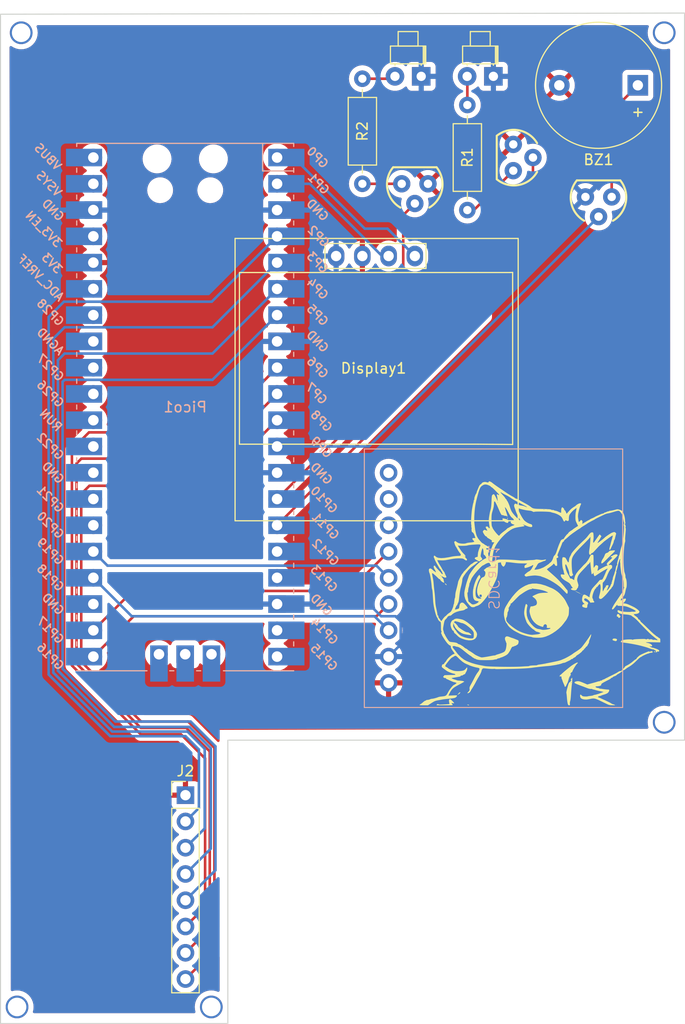
<source format=kicad_pcb>
(kicad_pcb (version 20221018) (generator pcbnew)
  (layers (0 "F.Cu" signal) (31 "B.Cu" signal) (34 "B.Paste" user) (35 "F.Paste" user) (36 "B.SilkS" user "B.Silkscreen") (37 "F.SilkS" user "F.Silkscreen") (38 "B.Mask" user) (39 "F.Mask" user) (44 "Edge.Cuts" user))
  (net 0 "")
  (net 1 "GND")
  (net 2 "+3V3")
  (net 3 "Net-(Display1-SCL)")
  (net 4 "Net-(Display1-SDA)")
  (net 5 "Net-(J2-Pin_2)")
  (net 6 "Net-(J2-Pin_3)")
  (net 7 "Net-(J2-Pin_4)")
  (net 8 "Net-(J2-Pin_5)")
  (net 9 "Net-(J2-Pin_6)")
  (net 10 "Net-(J2-Pin_7)")
  (net 11 "Net-(J2-Pin_8)")
  (net 12 "Net-(BZ1-+)")
  (net 13 "Net-(D1-A)")
  (net 14 "Net-(D2-A)")
  (net 15 "Net-(Pico1-GPIO9)")
  (net 16 "Net-(Pico1-GPIO10)")
  (net 17 "Net-(Pico1-GPIO11)")
  (net 22 "Net-(Pico1-GPIO16)")
  (net 23 "Net-(Pico1-GPIO17)")
  (net 25 "Net-(Pico1-GPIO18)")
  (net 26 "Net-(Pico1-GPIO19)")
  (net 46 "Net-(Q2-C)")
  (net 47 "Net-(Q3-C)")
  (footprint "Resistor_THT:R_Axial_DIN0207_L6.3mm_D2.5mm_P10.16mm_Horizontal" (layer "F.Cu") (at 134.62 50.8 90)
    (fp_text reference "R2" (at 5.08 0 90) (layer "F.SilkS"))
    (fp_text value "R")
    (pad "1" thru_hole circle (at 0 0 90) (size 1.6 1.6) (drill 0.8) (layers "*.Cu" "*.Mask") (net 46 "Net-(Q2-C)"))
    (pad "2" thru_hole oval (at 10.16 0 90) (size 1.6 1.6) (drill 0.8) (layers "*.Cu" "*.Mask") (net 13 "Net-(D1-A)"))
  )
  (footprint "LED_THT:LED_D1.8mm_W1.8mm_H2.4mm_Horizontal_O1.27mm_Z1.6mm" (layer "F.Cu") (at 140.315 40.41 180)
    (fp_text reference "D1" hide)
    (fp_text value "LED")
    (pad "1" thru_hole rect (at 0 0 180) (size 1.8 1.8) (drill 0.9) (layers "*.Cu" "*.Mask") (net 1 "GND"))
    (pad "2" thru_hole circle (at 2.54 0 180) (size 1.8 1.8) (drill 0.9) (layers "*.Cu" "*.Mask") (net 13 "Net-(D1-A)"))
  )
  (footprint "Connector_PinHeader_2.54mm:PinHeader_1x08_P2.54mm_Vertical" (layer "F.Cu") (at 117.5 109.92)
    (fp_text reference "J2" (at 0 -2.33) (layer "F.SilkS"))
    (fp_text value "Conn_01x08_Pin")
    (pad "1" thru_hole rect (at 0 0) (size 1.7 1.7) (drill 1) (layers "*.Cu" "*.Mask") (net 2 "+3V3"))
    (pad "2" thru_hole oval (at 0 2.54) (size 1.7 1.7) (drill 1) (layers "*.Cu" "*.Mask") (net 5 "Net-(J2-Pin_2)"))
    (pad "3" thru_hole oval (at 0 5.08) (size 1.7 1.7) (drill 1) (layers "*.Cu" "*.Mask") (net 6 "Net-(J2-Pin_3)"))
    (pad "4" thru_hole oval (at 0 7.62) (size 1.7 1.7) (drill 1) (layers "*.Cu" "*.Mask") (net 7 "Net-(J2-Pin_4)"))
    (pad "5" thru_hole oval (at 0 10.16) (size 1.7 1.7) (drill 1) (layers "*.Cu" "*.Mask") (net 8 "Net-(J2-Pin_5)"))
    (pad "6" thru_hole oval (at 0 12.7) (size 1.7 1.7) (drill 1) (layers "*.Cu" "*.Mask") (net 9 "Net-(J2-Pin_6)"))
    (pad "7" thru_hole oval (at 0 15.24) (size 1.7 1.7) (drill 1) (layers "*.Cu" "*.Mask") (net 10 "Net-(J2-Pin_7)"))
    (pad "8" thru_hole oval (at 0 17.78) (size 1.7 1.7) (drill 1) (layers "*.Cu" "*.Mask") (net 11 "Net-(J2-Pin_8)"))
  )
  (footprint "LED_THT:LED_D1.8mm_W1.8mm_H2.4mm_Horizontal_O1.27mm_Z1.6mm" (layer "F.Cu") (at 147.3 40.41 180)
    (fp_text reference "D2" hide)
    (fp_text value "LED")
    (pad "1" thru_hole rect (at 0 0 180) (size 1.8 1.8) (drill 0.9) (layers "*.Cu" "*.Mask") (net 1 "GND"))
    (pad "2" thru_hole circle (at 2.54 0 180) (size 1.8 1.8) (drill 0.9) (layers "*.Cu" "*.Mask") (net 14 "Net-(D2-A)"))
  )
  (footprint "Buzzer_Beeper:Buzzer_12x9.5RM7.6" (layer "F.Cu") (at 161.28 41.275 180)
    (fp_text reference "BZ1" (at 3.8 -7.2) (layer "F.SilkS"))
    (fp_text value "Buzzer")
    (fp_text user "+" (at -0.01 -2.54) (layer "F.SilkS"))
    (pad "1" thru_hole rect (at 0 0 180) (size 2 2) (drill 1) (layers "*.Cu" "*.Mask") (net 12 "Net-(BZ1-+)"))
    (pad "2" thru_hole circle (at 7.6 0 180) (size 2 2) (drill 1) (layers "*.Cu" "*.Mask") (net 2 "+3V3"))
  )
  (footprint "Resistor_THT:R_Axial_DIN0207_L6.3mm_D2.5mm_P10.16mm_Horizontal" (layer "F.Cu") (at 144.78 53.34 90)
    (fp_text reference "R1" (at 5.08 0 90) (layer "F.SilkS"))
    (fp_text value "R")
    (pad "1" thru_hole circle (at 0 0 90) (size 1.6 1.6) (drill 0.8) (layers "*.Cu" "*.Mask") (net 47 "Net-(Q3-C)"))
    (pad "2" thru_hole oval (at 10.16 0 90) (size 1.6 1.6) (drill 0.8) (layers "*.Cu" "*.Mask") (net 14 "Net-(D2-A)"))
  )
  (footprint "Library:TO92" (layer "F.Cu") (at 149.225 48.26 -90)
    (fp_text reference "Q3" hide)
    (fp_text value "NPN")
    (pad "1" thru_hole circle (at 1.27 0 270) (size 1.6764 1.6764) (drill 0.8128) (layers "*.Cu" "*.Mask") (net 47 "Net-(Q3-C)"))
    (pad "2" thru_hole circle (at 0 -1.905 270) (size 1.6764 1.6764) (drill 0.8128) (layers "*.Cu" "*.Mask") (net 17 "Net-(Pico1-GPIO11)"))
    (pad "3" thru_hole circle (at -1.27 0 270) (size 1.6764 1.6764) (drill 0.8128) (layers "*.Cu" "*.Mask") (net 2 "+3V3"))
  )
  (footprint "Library:TO92" (layer "F.Cu") (at 139.7 50.8 180)
    (fp_text reference "Q2" hide)
    (fp_text value "NPN")
    (pad "1" thru_hole circle (at 1.27 0 180) (size 1.6764 1.6764) (drill 0.8128) (layers "*.Cu" "*.Mask") (net 46 "Net-(Q2-C)"))
    (pad "2" thru_hole circle (at 0 -1.905 180) (size 1.6764 1.6764) (drill 0.8128) (layers "*.Cu" "*.Mask") (net 16 "Net-(Pico1-GPIO10)"))
    (pad "3" thru_hole circle (at -1.27 0 180) (size 1.6764 1.6764) (drill 0.8128) (layers "*.Cu" "*.Mask") (net 2 "+3V3"))
  )
  (footprint "Library:TO92" (layer "F.Cu") (at 157.48 52.07 180)
    (fp_text reference "Q1" hide)
    (fp_text value "NPN")
    (pad "1" thru_hole circle (at 1.27 0 180) (size 1.6764 1.6764) (drill 0.8128) (layers "*.Cu" "*.Mask") (net 1 "GND"))
    (pad "2" thru_hole circle (at 0 -1.905 180) (size 1.6764 1.6764) (drill 0.8128) (layers "*.Cu" "*.Mask") (net 15 "Net-(Pico1-GPIO9)"))
    (pad "3" thru_hole circle (at -1.27 0 180) (size 1.6764 1.6764) (drill 0.8128) (layers "*.Cu" "*.Mask") (net 12 "Net-(BZ1-+)"))
  )
  (footprint "SSD1306:128x64OLED" (layer "F.Cu") (at 135.7 68.385)
    (fp_text reference "Display1" (at 0 0.254) (layer "F.SilkS"))
    (fp_text value "SSD1306")
    (pad "1" thru_hole oval (at -3.62 -10.6 90) (size 2 1.6) (drill 1) (layers "*.Cu" "*.Mask") (net 1 "GND"))
    (pad "2" thru_hole oval (at -1.08 -10.6 90) (size 2 1.6) (drill 1) (layers "*.Cu" "*.Mask") (net 2 "+3V3"))
    (pad "3" thru_hole oval (at 1.46 -10.6 90) (size 2 1.6) (drill 1) (layers "*.Cu" "*.Mask") (net 3 "Net-(Display1-SCL)"))
    (pad "4" thru_hole oval (at 4 -10.6 90) (size 2 1.6) (drill 1) (layers "*.Cu" "*.Mask") (net 4 "Net-(Display1-SDA)"))
  )
  (footprint "LOGO" (layer "F.Cu") (at 151.426471 89.8764)
    (fp_text reference "G***" hide)
    (fp_text value "LOGO" hide)
  )
  (footprint "MCU_RaspberryPi_and_Boards:RPi_Pico_SMD_TH" (layer "B.Cu") (at 117.475 72.39 180)
    (fp_text reference "Pico1" (at 0 0) (layer "B.SilkS") (effects (justify mirror)))
    (fp_text value "Pico")
    (fp_text user "GP0" (at -12.8 24.13 135) (layer "B.SilkS") (effects (font (size 0.8 0.8)) (justify mirror)))
    (fp_text user "GP5" (at -12.8 8.89 135) (layer "B.SilkS") (effects (font (size 0.8 0.8)) (justify mirror)))
    (fp_text user "GP7" (at -12.7 1.3 135) (layer "B.SilkS") (effects (font (size 0.8 0.8)) (justify mirror)))
    (fp_text user "GP28" (at 13.054 9.144 135) (layer "B.SilkS") (effects (font (size 0.8 0.8)) (justify mirror)))
    (fp_text user "GND" (at -12.8 6.35 135) (layer "B.SilkS") (effects (font (size 0.8 0.8)) (justify mirror)))
    (fp_text user "GP16" (at 13.054 -24.13 135) (layer "B.SilkS") (effects (font (size 0.8 0.8)) (justify mirror)))
    (fp_text user "AGND" (at 13.054 6.35 135) (layer "B.SilkS") (effects (font (size 0.8 0.8)) (justify mirror)))
    (fp_text user "GP26" (at 13.054 1.27 135) (layer "B.SilkS") (effects (font (size 0.8 0.8)) (justify mirror)))
    (fp_text user "GP18" (at 13.054 -16.51 135) (layer "B.SilkS") (effects (font (size 0.8 0.8)) (justify mirror)))
    (fp_text user "GP12" (at -13.58 -14.055 135) (layer "B.SilkS") (effects (font (size 0.8 0.8)) (justify mirror)))
    (fp_text user "GP3" (at -12.8 13.97 135) (layer "B.SilkS") (effects (font (size 0.8 0.8)) (justify mirror)))
    (fp_text user "GP4" (at -12.8 11.43 135) (layer "B.SilkS") (effects (font (size 0.8 0.8)) (justify mirror)))
    (fp_text user "GP11" (at -13.58 -11.515 135) (layer "B.SilkS") (effects (font (size 0.8 0.8)) (justify mirror)))
    (fp_text user "3V3_EN" (at 13.7 17.2 135) (layer "B.SilkS") (effects (font (size 0.8 0.8)) (justify mirror)))
    (fp_text user "GP19" (at 13.054 -13.97 135) (layer "B.SilkS") (effects (font (size 0.8 0.8)) (justify mirror)))
    (fp_text user "ADC_VREF" (at 14 12.5 135) (layer "B.SilkS") (effects (font (size 0.8 0.8)) (justify mirror)))
    (fp_text user "VBUS" (at 13.3 24.2 135) (layer "B.SilkS") (effects (font (size 0.8 0.8)) (justify mirror)))
    (fp_text user "GND" (at -13.18 -6.435 135) (layer "B.SilkS") (effects (font (size 0.8 0.8)) (justify mirror)))
    (fp_text user "GP9" (at -13.18 -3.895 135) (layer "B.SilkS") (effects (font (size 0.8 0.8)) (justify mirror)))
    (fp_text user "VSYS" (at 13.2 21.59 135) (layer "B.SilkS") (effects (font (size 0.8 0.8)) (justify mirror)))
    (fp_text user "GP8" (at -13.18 -1.355 135) (layer "B.SilkS") (effects (font (size 0.8 0.8)) (justify mirror)))
    (fp_text user "GP27" (at 13.054 3.8 135) (layer "B.SilkS") (effects (font (size 0.8 0.8)) (justify mirror)))
    (fp_text user "GND" (at -12.8 19.05 135) (layer "B.SilkS") (effects (font (size 0.8 0.8)) (justify mirror)))
    (fp_text user "GP15" (at -13.434 -24.215 135) (layer "B.SilkS") (effects (font (size 0.8 0.8)) (justify mirror)))
    (fp_text user "GP17" (at 13.054 -21.59 135) (layer "B.SilkS") (effects (font (size 0.8 0.8)) (justify mirror)))
    (fp_text user "GND" (at 12.8 -19.05 135) (layer "B.SilkS") (effects (font (size 0.8 0.8)) (justify mirror)))
    (fp_text user "GND" (at -13.18 -19.135 135) (layer "B.SilkS") (effects (font (size 0.8 0.8)) (justify mirror)))
    (fp_text user "3V3" (at 12.9 13.9 135) (layer "B.SilkS") (effects (font (size 0.8 0.8)) (justify mirror)))
    (fp_text user "GP1" (at -12.9 21.6 135) (layer "B.SilkS") (effects (font (size 0.8 0.8)) (justify mirror)))
    (fp_text user "GP10" (at -13.434 -8.975 135) (layer "B.SilkS") (effects (font (size 0.8 0.8)) (justify mirror)))
    (fp_text user "GP20" (at 13.054 -11.43 135) (layer "B.SilkS") (effects (font (size 0.8 0.8)) (justify mirror)))
    (fp_text user "RUN" (at 13 -1.27 135) (layer "B.SilkS") (effects (font (size 0.8 0.8)) (justify mirror)))
    (fp_text user "GND" (at 12.8 -6.35 135) (layer "B.SilkS") (effects (font (size 0.8 0.8)) (justify mirror)))
    (fp_text user "GP14" (at -13.48 -21.675 135) (layer "B.SilkS") (effects (font (size 0.8 0.8)) (justify mirror)))
    (fp_text user "GP21" (at 13.054 -8.9 135) (layer "B.SilkS") (effects (font (size 0.8 0.8)) (justify mirror)))
    (fp_text user "GP13" (at -13.434 -16.595 135) (layer "B.SilkS") (effects (font (size 0.8 0.8)) (justify mirror)))
    (fp_text user "GP2" (at -12.9 16.51 135) (layer "B.SilkS") (effects (font (size 0.8 0.8)) (justify mirror)))
    (fp_text user "GP22" (at 13.054 -3.81 135) (layer "B.SilkS") (effects (font (size 0.8 0.8)) (justify mirror)))
    (fp_text user "GP6" (at -12.8 3.81 135) (layer "B.SilkS") (effects (font (size 0.8 0.8)) (justify mirror)))
    (fp_text user "GND" (at 12.8 19.05 135) (layer "B.SilkS") (effects (font (size 0.8 0.8)) (justify mirror)))
    (pad "" np_thru_hole oval (at -2.725 24 180) (size 1.8 1.8) (drill 1.8) (layers "F&B.Cu" "*.Mask"))
    (pad "" np_thru_hole oval (at -2.425 20.97 180) (size 1.5 1.5) (drill 1.5) (layers "F&B.Cu" "*.Mask"))
    (pad "" np_thru_hole oval (at 2.425 20.97 180) (size 1.5 1.5) (drill 1.5) (layers "F&B.Cu" "*.Mask"))
    (pad "" np_thru_hole oval (at 2.725 24 180) (size 1.8 1.8) (drill 1.8) (layers "F&B.Cu" "*.Mask"))
    (pad "1" thru_hole oval (at -8.89 24.13 180) (size 1.7 1.7) (drill 1.02) (layers "*.Cu" "*.Mask") (net 4 "Net-(Display1-SDA)"))
    (pad "1" smd rect (at -8.89 24.13 180) (size 3.5 1.7) (drill (offset -0.9 0)) (layers "B.Cu" "B.Mask") (net 4 "Net-(Display1-SDA)"))
    (pad "2" thru_hole oval (at -8.89 21.59 180) (size 1.7 1.7) (drill 1.02) (layers "*.Cu" "*.Mask") (net 3 "Net-(Display1-SCL)"))
    (pad "2" smd rect (at -8.89 21.59 180) (size 3.5 1.7) (drill (offset -0.9 0)) (layers "B.Cu" "B.Mask") (net 3 "Net-(Display1-SCL)"))
    (pad "3" thru_hole rect (at -8.89 19.05 180) (size 1.7 1.7) (drill 1.02) (layers "*.Cu" "*.Mask") (net 1 "GND"))
    (pad "3" smd rect (at -8.89 19.05 180) (size 3.5 1.7) (drill (offset -0.9 0)) (layers "B.Cu" "B.Mask") (net 1 "GND"))
    (pad "4" thru_hole oval (at -8.89 16.51 180) (size 1.7 1.7) (drill 1.02) (layers "*.Cu" "*.Mask") (net 5 "Net-(J2-Pin_2)"))
    (pad "4" smd rect (at -8.89 16.51 180) (size 3.5 1.7) (drill (offset -0.9 0)) (layers "B.Cu" "B.Mask") (net 5 "Net-(J2-Pin_2)"))
    (pad "5" thru_hole oval (at -8.89 13.97 180) (size 1.7 1.7) (drill 1.02) (layers "*.Cu" "*.Mask") (net 6 "Net-(J2-Pin_3)"))
    (pad "5" smd rect (at -8.89 13.97 180) (size 3.5 1.7) (drill (offset -0.9 0)) (layers "B.Cu" "B.Mask") (net 6 "Net-(J2-Pin_3)"))
    (pad "6" thru_hole oval (at -8.89 11.43 180) (size 1.7 1.7) (drill 1.02) (layers "*.Cu" "*.Mask") (net 7 "Net-(J2-Pin_4)"))
    (pad "6" smd rect (at -8.89 11.43 180) (size 3.5 1.7) (drill (offset -0.9 0)) (layers "B.Cu" "B.Mask") (net 7 "Net-(J2-Pin_4)"))
    (pad "7" thru_hole oval (at -8.89 8.89 180) (size 1.7 1.7) (drill 1.02) (layers "*.Cu" "*.Mask") (net 8 "Net-(J2-Pin_5)"))
    (pad "7" smd rect (at -8.89 8.89 180) (size 3.5 1.7) (drill (offset -0.9 0)) (layers "B.Cu" "B.Mask") (net 8 "Net-(J2-Pin_5)"))
    (pad "8" thru_hole rect (at -8.89 6.35 180) (size 1.7 1.7) (drill 1.02) (layers "*.Cu" "*.Mask") (net 1 "GND"))
    (pad "8" smd rect (at -8.89 6.35 180) (size 3.5 1.7) (drill (offset -0.9 0)) (layers "B.Cu" "B.Mask") (net 1 "GND"))
    (pad "9" thru_hole oval (at -8.89 3.81 180) (size 1.7 1.7) (drill 1.02) (layers "*.Cu" "*.Mask") (net 9 "Net-(J2-Pin_6)"))
    (pad "9" smd rect (at -8.89 3.81 180) (size 3.5 1.7) (drill (offset -0.9 0)) (layers "B.Cu" "B.Mask") (net 9 "Net-(J2-Pin_6)"))
    (pad "10" thru_hole oval (at -8.89 1.27 180) (size 1.7 1.7) (drill 1.02) (layers "*.Cu" "*.Mask") (net 10 "Net-(J2-Pin_7)"))
    (pad "10" smd rect (at -8.89 1.27 180) (size 3.5 1.7) (drill (offset -0.9 0)) (layers "B.Cu" "B.Mask") (net 10 "Net-(J2-Pin_7)"))
    (pad "11" thru_hole oval (at -8.89 -1.27 180) (size 1.7 1.7) (drill 1.02) (layers "*.Cu" "*.Mask") (net 11 "Net-(J2-Pin_8)"))
    (pad "11" smd rect (at -8.89 -1.27 180) (size 3.5 1.7) (drill (offset -0.9 0)) (layers "B.Cu" "B.Mask") (net 11 "Net-(J2-Pin_8)"))
    (pad "12" thru_hole oval (at -8.89 -3.81 180) (size 1.7 1.7) (drill 1.02) (layers "*.Cu" "*.Mask") (net 15 "Net-(Pico1-GPIO9)"))
    (pad "12" smd rect (at -8.89 -3.81 180) (size 3.5 1.7) (drill (offset -0.9 0)) (layers "B.Cu" "B.Mask") (net 15 "Net-(Pico1-GPIO9)"))
    (pad "13" thru_hole rect (at -8.89 -6.35 180) (size 1.7 1.7) (drill 1.02) (layers "*.Cu" "*.Mask") (net 1 "GND"))
    (pad "13" smd rect (at -8.89 -6.35 180) (size 3.5 1.7) (drill (offset -0.9 0)) (layers "B.Cu" "B.Mask") (net 1 "GND"))
    (pad "14" thru_hole oval (at -8.89 -8.89 180) (size 1.7 1.7) (drill 1.02) (layers "*.Cu" "*.Mask") (net 16 "Net-(Pico1-GPIO10)"))
    (pad "14" smd rect (at -8.89 -8.89 180) (size 3.5 1.7) (drill (offset -0.9 0)) (layers "B.Cu" "B.Mask") (net 16 "Net-(Pico1-GPIO10)"))
    (pad "15" thru_hole oval (at -8.89 -11.43 180) (size 1.7 1.7) (drill 1.02) (layers "*.Cu" "*.Mask") (net 17 "Net-(Pico1-GPIO11)"))
    (pad "15" smd rect (at -8.89 -11.43 180) (size 3.5 1.7) (drill (offset -0.9 0)) (layers "B.Cu" "B.Mask") (net 17 "Net-(Pico1-GPIO11)"))
    (pad "16" thru_hole oval (at -8.89 -13.97 180) (size 1.7 1.7) (drill 1.02) (layers "*.Cu" "*.Mask"))
    (pad "16" smd rect (at -8.89 -13.97 180) (size 3.5 1.7) (drill (offset -0.9 0)) (layers "B.Cu" "B.Mask"))
    (pad "17" thru_hole oval (at -8.89 -16.51 180) (size 1.7 1.7) (drill 1.02) (layers "*.Cu" "*.Mask"))
    (pad "17" smd rect (at -8.89 -16.51 180) (size 3.5 1.7) (drill (offset -0.9 0)) (layers "B.Cu" "B.Mask"))
    (pad "18" thru_hole rect (at -8.89 -19.05 180) (size 1.7 1.7) (drill 1.02) (layers "*.Cu" "*.Mask") (net 1 "GND"))
    (pad "18" smd rect (at -8.89 -19.05 180) (size 3.5 1.7) (drill (offset -0.9 0)) (layers "B.Cu" "B.Mask") (net 1 "GND"))
    (pad "19" thru_hole oval (at -8.89 -21.59 180) (size 1.7 1.7) (drill 1.02) (layers "*.Cu" "*.Mask"))
    (pad "19" smd rect (at -8.89 -21.59 180) (size 3.5 1.7) (drill (offset -0.9 0)) (layers "B.Cu" "B.Mask"))
    (pad "20" thru_hole oval (at -8.89 -24.13 180) (size 1.7 1.7) (drill 1.02) (layers "*.Cu" "*.Mask"))
    (pad "20" smd rect (at -8.89 -24.13 180) (size 3.5 1.7) (drill (offset -0.9 0)) (layers "B.Cu" "B.Mask"))
    (pad "21" thru_hole oval (at 8.89 -24.13 180) (size 1.7 1.7) (drill 1.02) (layers "*.Cu" "*.Mask") (net 22 "Net-(Pico1-GPIO16)"))
    (pad "21" smd rect (at 8.89 -24.13 180) (size 3.5 1.7) (drill (offset 0.9 0)) (layers "B.Cu" "B.Mask") (net 22 "Net-(Pico1-GPIO16)"))
    (pad "22" thru_hole oval (at 8.89 -21.59 180) (size 1.7 1.7) (drill 1.02) (layers "*.Cu" "*.Mask") (net 23 "Net-(Pico1-GPIO17)"))
    (pad "22" smd rect (at 8.89 -21.59 180) (size 3.5 1.7) (drill (offset 0.9 0)) (layers "B.Cu" "B.Mask") (net 23 "Net-(Pico1-GPIO17)"))
    (pad "23" thru_hole rect (at 8.89 -19.05 180) (size 1.7 1.7) (drill 1.02) (layers "*.Cu" "*.Mask"))
    (pad "23" smd rect (at 8.89 -19.05 180) (size 3.5 1.7) (drill (offset 0.9 0)) (layers "B.Cu" "B.Mask"))
    (pad "24" thru_hole oval (at 8.89 -16.51 180) (size 1.7 1.7) (drill 1.02) (layers "*.Cu" "*.Mask") (net 25 "Net-(Pico1-GPIO18)"))
    (pad "24" smd rect (at 8.89 -16.51 180) (size 3.5 1.7) (drill (offset 0.9 0)) (layers "B.Cu" "B.Mask") (net 25 "Net-(Pico1-GPIO18)"))
    (pad "25" thru_hole oval (at 8.89 -13.97 180) (size 1.7 1.7) (drill 1.02) (layers "*.Cu" "*.Mask") (net 26 "Net-(Pico1-GPIO19)"))
    (pad "25" smd rect (at 8.89 -13.97 180) (size 3.5 1.7) (drill (offset 0.9 0)) (layers "B.Cu" "B.Mask") (net 26 "Net-(Pico1-GPIO19)"))
    (pad "26" thru_hole oval (at 8.89 -11.43 180) (size 1.7 1.7) (drill 1.02) (layers "*.Cu" "*.Mask"))
    (pad "26" smd rect (at 8.89 -11.43 180) (size 3.5 1.7) (drill (offset 0.9 0)) (layers "B.Cu" "B.Mask"))
    (pad "27" thru_hole oval (at 8.89 -8.89 180) (size 1.7 1.7) (drill 1.02) (layers "*.Cu" "*.Mask"))
    (pad "27" smd rect (at 8.89 -8.89 180) (size 3.5 1.7) (drill (offset 0.9 0)) (layers "B.Cu" "B.Mask"))
    (pad "28" thru_hole rect (at 8.89 -6.35 180) (size 1.7 1.7) (drill 1.02) (layers "*.Cu" "*.Mask"))
    (pad "28" smd rect (at 8.89 -6.35 180) (size 3.5 1.7) (drill (offset 0.9 0)) (layers "B.Cu" "B.Mask"))
    (pad "29" thru_hole oval (at 8.89 -3.81 180) (size 1.7 1.7) (drill 1.02) (layers "*.Cu" "*.Mask"))
    (pad "29" smd rect (at 8.89 -3.81 180) (size 3.5 1.7) (drill (offset 0.9 0)) (layers "B.Cu" "B.Mask"))
    (pad "30" thru_hole oval (at 8.89 -1.27 180) (size 1.7 1.7) (drill 1.02) (layers "*.Cu" "*.Mask"))
    (pad "30" smd rect (at 8.89 -1.27 180) (size 3.5 1.7) (drill (offset 0.9 0)) (layers "B.Cu" "B.Mask"))
    (pad "31" thru_hole oval (at 8.89 1.27 180) (size 1.7 1.7) (drill 1.02) (layers "*.Cu" "*.Mask"))
    (pad "31" smd rect (at 8.89 1.27 180) (size 3.5 1.7) (drill (offset 0.9 0)) (layers "B.Cu" "B.Mask"))
    (pad "32" thru_hole oval (at 8.89 3.81 180) (size 1.7 1.7) (drill 1.02) (layers "*.Cu" "*.Mask"))
    (pad "32" smd rect (at 8.89 3.81 180) (size 3.5 1.7) (drill (offset 0.9 0)) (layers "B.Cu" "B.Mask"))
    (pad "33" thru_hole rect (at 8.89 6.35 180) (size 1.7 1.7) (drill 1.02) (layers "*.Cu" "*.Mask"))
    (pad "33" smd rect (at 8.89 6.35 180) (size 3.5 1.7) (drill (offset 0.9 0)) (layers "B.Cu" "B.Mask"))
    (pad "34" thru_hole oval (at 8.89 8.89 180) (size 1.7 1.7) (drill 1.02) (layers "*.Cu" "*.Mask"))
    (pad "34" smd rect (at 8.89 8.89 180) (size 3.5 1.7) (drill (offset 0.9 0)) (layers "B.Cu" "B.Mask"))
    (pad "35" thru_hole oval (at 8.89 11.43 180) (size 1.7 1.7) (drill 1.02) (layers "*.Cu" "*.Mask"))
    (pad "35" smd rect (at 8.89 11.43 180) (size 3.5 1.7) (drill (offset 0.9 0)) (layers "B.Cu" "B.Mask"))
    (pad "36" thru_hole oval (at 8.89 13.97 180) (size 1.7 1.7) (drill 1.02) (layers "*.Cu" "*.Mask") (net 2 "+3V3"))
    (pad "36" smd rect (at 8.89 13.97 180) (size 3.5 1.7) (drill (offset 0.9 0)) (layers "B.Cu" "B.Mask") (net 2 "+3V3"))
    (pad "37" thru_hole oval (at 8.89 16.51 180) (size 1.7 1.7) (drill 1.02) (layers "*.Cu" "*.Mask"))
    (pad "37" smd rect (at 8.89 16.51 180) (size 3.5 1.7) (drill (offset 0.9 0)) (layers "B.Cu" "B.Mask"))
    (pad "38" thru_hole rect (at 8.89 19.05 180) (size 1.7 1.7) (drill 1.02) (layers "*.Cu" "*.Mask") (net 1 "GND"))
    (pad "38" smd rect (at 8.89 19.05 180) (size 3.5 1.7) (drill (offset 0.9 0)) (layers "B.Cu" "B.Mask") (net 1 "GND"))
    (pad "39" thru_hole oval (at 8.89 21.59 180) (size 1.7 1.7) (drill 1.02) (layers "*.Cu" "*.Mask"))
    (pad "39" smd rect (at 8.89 21.59 180) (size 3.5 1.7) (drill (offset 0.9 0)) (layers "B.Cu" "B.Mask"))
    (pad "40" thru_hole oval (at 8.89 24.13 180) (size 1.7 1.7) (drill 1.02) (layers "*.Cu" "*.Mask"))
    (pad "40" smd rect (at 8.89 24.13 180) (size 3.5 1.7) (drill (offset 0.9 0)) (layers "B.Cu" "B.Mask"))
    (pad "41" thru_hole oval (at -2.54 -23.9 180) (size 1.7 1.7) (drill 1.02) (layers "*.Cu" "*.Mask"))
    (pad "41" smd rect (at -2.54 -23.9 90) (size 3.5 1.7) (drill (offset -0.9 0)) (layers "B.Cu" "B.Mask"))
    (pad "42" thru_hole rect (at 0 -23.9 180) (size 1.7 1.7) (drill 1.02) (layers "*.Cu" "*.Mask"))
    (pad "42" smd rect (at 0 -23.9 90) (size 3.5 1.7) (drill (offset -0.9 0)) (layers "B.Cu" "B.Mask"))
    (pad "43" thru_hole oval (at 2.54 -23.9 180) (size 1.7 1.7) (drill 1.02) (layers "*.Cu" "*.Mask"))
    (pad "43" smd rect (at 2.54 -23.9 90) (size 3.5 1.7) (drill (offset -0.9 0)) (layers "B.Cu" "B.Mask"))
  )
  (footprint "Library:Adafruit_Micro_SD_SPI_or_SDIO_Card_Breakout_Board" (layer "B.Cu") (at 146.56 88.19 90)
    (fp_text reference "SDCard1" (at -0.635 0.76 270 unlocked) (layer "B.SilkS") (effects (font (thickness 0.1)) (justify mirror)))
    (fp_text value "~")
    (pad "1" thru_hole oval (at -10.87 -9.4 90) (size 1.7 1.7) (drill 1.02) (layers "*.Cu" "*.Mask") (net 2 "+3V3"))
    (pad "2" thru_hole oval (at -8.33 -9.4 90) (size 1.7 1.7) (drill 1.02) (layers "*.Cu" "*.Mask") (net 1 "GND"))
    (pad "3" thru_hole oval (at -5.79 -9.4 90) (size 1.7 1.7) (drill 1.02) (layers "*.Cu" "*.Mask") (net 25 "Net-(Pico1-GPIO18)"))
    (pad "4" thru_hole oval (at -3.25 -9.4 90) (size 1.7 1.7) (drill 1.02) (layers "*.Cu" "*.Mask") (net 22 "Net-(Pico1-GPIO16)"))
    (pad "5" thru_hole oval (at -0.71 -9.4 90) (size 1.7 1.7) (drill 1.02) (layers "*.Cu" "*.Mask") (net 26 "Net-(Pico1-GPIO19)"))
    (pad "6" thru_hole oval (at 1.83 -9.4 90) (size 1.7 1.7) (drill 1.02) (layers "*.Cu" "*.Mask") (net 23 "Net-(Pico1-GPIO17)"))
    (pad "7" thru_hole oval (at 4.37 -9.4 90) (size 1.7 1.7) (drill 1.02) (layers "*.Cu" "*.Mask"))
    (pad "8" thru_hole oval (at 6.91 -9.4 90) (size 1.7 1.7) (drill 1.02) (layers "*.Cu" "*.Mask"))
    (pad "9" thru_hole oval (at 9.45 -9.4 90) (size 1.7 1.7) (drill 1.02) (layers "*.Cu" "*.Mask"))
  )
  (gr_poly (pts (xy 99.6 132) (xy 121.6 132) (xy 121.6 104.6) (xy 165.8 104.6) (xy 165.8 34.29) (xy 99.6 34.4)) (stroke (width 0.1)) (fill none) (layer "Edge.Cuts"))
  (via (at 163.83 102.87) (size 2.2) (drill 1.8) (layers "F.Cu" "B.Cu") (net 0))
  (via (at 101.2 130.4) (size 2.2) (drill 1.8) (layers "F.Cu" "B.Cu") (net 0))
  (via (at 163.83 36.195) (size 2.2) (drill 1.8) (layers "F.Cu" "B.Cu") (net 0))
  (via (at 101.6 36.195) (size 2.2) (drill 1.8) (layers "F.Cu" "B.Cu") (net 0))
  (via (at 120 130.4) (size 2.2) (drill 1.8) (layers "F.Cu" "B.Cu") (net 0))
  (segment (start 137.16 96.52) (end 138.335 95.345) (width 0.25) (layer "B.Cu") (net 1))
  (segment (start 138.335 93.123001) (end 137.826999 92.615) (width 0.25) (layer "B.Cu") (net 1))
  (segment (start 136.431396 92.615) (end 135.256396 91.44) (width 0.25) (layer "B.Cu") (net 1))
  (segment (start 135.256396 91.44) (end 126.365 91.44) (width 0.25) (layer "B.Cu") (net 1))
  (segment (start 138.335 95.345) (end 138.335 93.123001) (width 0.25) (layer "B.Cu") (net 1))
  (segment (start 137.826999 92.615) (end 136.431396 92.615) (width 0.25) (layer "B.Cu") (net 1))
  (segment (start 129.54 50.8) (end 136.525 57.785) (width 0.25) (layer "B.Cu") (net 3))
  (segment (start 136.525 57.785) (end 137.16 57.785) (width 0.25) (layer "B.Cu") (net 3))
  (segment (start 126.365 50.8) (end 129.54 50.8) (width 0.25) (layer "B.Cu") (net 3))
  (segment (start 127.975 48.26) (end 126.365 48.26) (width 0.25) (layer "B.Cu") (net 4))
  (segment (start 137.0532 55.1382) (end 139.7 57.785) (width 0.25) (layer "B.Cu") (net 4))
  (segment (start 134.8532 55.1382) (end 127.975 48.26) (width 0.25) (layer "B.Cu") (net 4))
  (segment (start 134.8532 55.1382) (end 137.0532 55.1382) (width 0.25) (layer "B.Cu") (net 4))
  (segment (start 117.50901 104.218198) (end 110.22401 104.218198) (width 0.25) (layer "B.Cu") (net 5))
  (segment (start 120.045 62.2) (end 126.365 55.88) (width 0.25) (layer "B.Cu") (net 5))
  (segment (start 118.8 111.16) (end 118.8 105.509188) (width 0.25) (layer "B.Cu") (net 5))
  (segment (start 104.26 63.675) (end 105.735 62.2) (width 0.25) (layer "B.Cu") (net 5))
  (segment (start 118.8 105.509188) (end 117.50901 104.218198) (width 0.25) (layer "B.Cu") (net 5))
  (segment (start 117.5 112.46) (end 118.8 111.16) (width 0.25) (layer "B.Cu") (net 5))
  (segment (start 104.26 98.254188) (end 104.26 63.675) (width 0.25) (layer "B.Cu") (net 5))
  (segment (start 105.735 62.2) (end 120.045 62.2) (width 0.25) (layer "B.Cu") (net 5))
  (segment (start 110.22401 104.218198) (end 104.26 98.254188) (width 0.25) (layer "B.Cu") (net 5))
  (segment (start 117.695406 103.768198) (end 110.410406 103.768198) (width 0.25) (layer "B.Cu") (net 6))
  (segment (start 104.71 65.765) (end 105.8 64.675) (width 0.25) (layer "B.Cu") (net 6))
  (segment (start 119.363604 105.436396) (end 117.695406 103.768198) (width 0.25) (layer "B.Cu") (net 6))
  (segment (start 105.8 64.675) (end 120.11 64.675) (width 0.25) (layer "B.Cu") (net 6))
  (segment (start 120.11 64.675) (end 126.365 58.42) (width 0.25) (layer "B.Cu") (net 6))
  (segment (start 104.71 98.067792) (end 104.71 65.765) (width 0.25) (layer "B.Cu") (net 6))
  (segment (start 119.363604 113.136396) (end 119.363604 105.436396) (width 0.25) (layer "B.Cu") (net 6))
  (segment (start 117.5 115) (end 119.363604 113.136396) (width 0.25) (layer "B.Cu") (net 6))
  (segment (start 110.410406 103.768198) (end 104.71 98.067792) (width 0.25) (layer "B.Cu") (net 6))
  (segment (start 117.881802 103.318198) (end 110.596802 103.318198) (width 0.25) (layer "B.Cu") (net 7))
  (segment (start 119.95 105.386396) (end 117.881802 103.318198) (width 0.25) (layer "B.Cu") (net 7))
  (segment (start 105.16 97.881396) (end 105.16 67.855) (width 0.25) (layer "B.Cu") (net 7))
  (segment (start 105.8 67.215) (end 120.11 67.215) (width 0.25) (layer "B.Cu") (net 7))
  (segment (start 117.5 117.54) (end 119.95 115.09) (width 0.25) (layer "B.Cu") (net 7))
  (segment (start 119.95 115.09) (end 119.95 105.386396) (width 0.25) (layer "B.Cu") (net 7))
  (segment (start 105.16 67.855) (end 105.8 67.215) (width 0.25) (layer "B.Cu") (net 7))
  (segment (start 110.596802 103.318198) (end 105.16 97.881396) (width 0.25) (layer "B.Cu") (net 7))
  (segment (start 120.11 67.215) (end 126.365 60.96) (width 0.25) (layer "B.Cu") (net 7))
  (segment (start 105.61 69.945) (end 105.61 97.695) (width 0.25) (layer "B.Cu") (net 8))
  (segment (start 118 102.8) (end 120.4 105.2) (width 0.25) (layer "B.Cu") (net 8))
  (segment (start 126.365 63.5) (end 120.11 69.755) (width 0.25) (layer "B.Cu") (net 8))
  (segment (start 105.8 69.755) (end 105.61 69.945) (width 0.25) (layer "B.Cu") (net 8))
  (segment (start 120.4 117.18) (end 117.5 120.08) (width 0.25) (layer "B.Cu") (net 8))
  (segment (start 120.4 105.2) (end 120.4 117.18) (width 0.25) (layer "B.Cu") (net 8))
  (segment (start 105.61 97.695) (end 110.715 102.8) (width 0.25) (layer "B.Cu") (net 8))
  (segment (start 120.11 69.755) (end 105.8 69.755) (width 0.25) (layer "B.Cu") (net 8))
  (segment (start 110.715 102.8) (end 118 102.8) (width 0.25) (layer "B.Cu") (net 8))
  (segment (start 119.4 120.72) (end 117.5 122.62) (width 0.25) (layer "F.Cu") (net 9))
  (segment (start 119.4 106.372792) (end 117.063604 104.036396) (width 0.25) (layer "F.Cu") (net 9))
  (segment (start 106.51 97.379493) (end 106.51 76.49) (width 0.25) (layer "F.Cu") (net 9))
  (segment (start 106.51 76.49) (end 108.165 74.835) (width 0.25) (layer "F.Cu") (net 9))
  (segment (start 113.166903 104.036396) (end 117.063604 104.036396) (width 0.25) (layer "F.Cu") (net 9))
  (segment (start 113.166903 104.036396) (end 106.51 97.379493) (width 0.25) (layer "F.Cu") (net 9))
  (segment (start 108.165 74.835) (end 120.11 74.835) (width 0.25) (layer "F.Cu") (net 9))
  (segment (start 120.11 74.835) (end 126.365 68.58) (width 0.25) (layer "F.Cu") (net 9))
  (segment (start 119.4 106.352792) (end 119.4 120.72) (width 0.25) (layer "F.Cu") (net 9))
  (segment (start 117.5 125.16) (end 119.85 122.81) (width 0.25) (layer "F.Cu") (net 10))
  (segment (start 106.96 77.840001) (end 107.425001 77.375) (width 0.25) (layer "F.Cu") (net 10))
  (segment (start 119.85 122.81) (end 119.85 105.686396) (width 0.25) (layer "F.Cu") (net 10))
  (segment (start 120.11 77.375) (end 126.365 71.12) (width 0.25) (layer "F.Cu") (net 10))
  (segment (start 119.85 105.686396) (end 117.581802 103.418198) (width 0.25) (layer "F.Cu") (net 10))
  (segment (start 117.581802 103.418198) (end 113.185101 103.418198) (width 0.25) (layer "F.Cu") (net 10))
  (segment (start 107.425001 77.375) (end 120.11 77.375) (width 0.25) (layer "F.Cu") (net 10))
  (segment (start 113.185101 103.418198) (end 106.96 97.193097) (width 0.25) (layer "F.Cu") (net 10))
  (segment (start 106.96 97.193097) (end 106.96 77.840001) (width 0.25) (layer "F.Cu") (net 10))
  (segment (start 117.5 127.7) (end 120.3 124.9) (width 0.25) (layer "F.Cu") (net 11))
  (segment (start 108.203299 80) (end 120.025 80) (width 0.25) (layer "F.Cu") (net 11))
  (segment (start 120.3 124.9) (end 120.3 105.343604) (width 0.25) (layer "F.Cu") (net 11))
  (segment (start 120.025 80) (end 126.365 73.66) (width 0.25) (layer "F.Cu") (net 11))
  (segment (start 113.203299 102.8) (end 107.41 97.006701) (width 0.25) (layer "F.Cu") (net 11))
  (segment (start 120.3 105.343604) (end 117.756396 102.8) (width 0.25) (layer "F.Cu") (net 11))
  (segment (start 107.41 80.793299) (end 108.203299 80) (width 0.25) (layer "F.Cu") (net 11))
  (segment (start 117.756396 102.8) (end 113.203299 102.8) (width 0.25) (layer "F.Cu") (net 11))
  (segment (start 107.41 97.006701) (end 107.41 80.793299) (width 0.25) (layer "F.Cu") (net 11))
  (segment (start 158.75 43.805) (end 161.28 41.275) (width 0.25) (layer "F.Cu") (net 12))
  (segment (start 158.75 52.07) (end 158.75 43.805) (width 0.25) (layer "F.Cu") (net 12))
  (segment (start 134.62 40.64) (end 137.545 40.64) (width 0.25) (layer "F.Cu") (net 13))
  (segment (start 137.545 40.64) (end 137.775 40.41) (width 0.25) (layer "F.Cu") (net 13))
  (segment (start 144.78 40.43) (end 144.76 40.41) (width 0.25) (layer "F.Cu") (net 14))
  (segment (start 144.78 43.18) (end 144.78 40.43) (width 0.25) (layer "F.Cu") (net 14))
  (segment (start 157.48 53.975) (end 135.255 76.2) (width 0.25) (layer "B.Cu") (net 15))
  (segment (start 135.255 76.2) (end 126.365 76.2) (width 0.25) (layer "B.Cu") (net 15))
  (segment (start 139.7 52.705) (end 138.575 53.83) (width 0.25) (layer "F.Cu") (net 16))
  (segment (start 138.575 53.83) (end 138.575 69.07) (width 0.25) (layer "F.Cu") (net 16))
  (segment (start 138.575 69.07) (end 126.365 81.28) (width 0.25) (layer "F.Cu") (net 16))
  (segment (start 151.13 48.26) (end 151.13 52.52901) (width 0.25) (layer "F.Cu") (net 17))
  (segment (start 146.54 63.645) (end 126.365 83.82) (width 0.25) (layer "F.Cu") (net 17))
  (segment (start 146.54 57.11901) (end 146.54 63.645) (width 0.25) (layer "F.Cu") (net 17))
  (segment (start 151.13 52.52901) (end 146.54 57.11901) (width 0.25) (layer "F.Cu") (net 17))
  (segment (start 137.16 91.44) (end 135.985 92.615) (width 0.25) (layer "F.Cu") (net 22))
  (segment (start 135.985 92.615) (end 112.49 92.615) (width 0.25) (layer "F.Cu") (net 22))
  (segment (start 112.49 92.615) (end 108.585 96.52) (width 0.25) (layer "F.Cu") (net 22))
  (segment (start 112.395 90.17) (end 108.585 93.98) (width 0.25) (layer "F.Cu") (net 23))
  (segment (start 133.35 90.17) (end 112.395 90.17) (width 0.25) (layer "F.Cu") (net 23))
  (segment (start 137.16 86.36) (end 133.35 90.17) (width 0.25) (layer "F.Cu") (net 23))
  (segment (start 135.795 92.615) (end 112.3 92.615) (width 0.25) (layer "B.Cu") (net 25))
  (segment (start 112.3 92.615) (end 108.585 88.9) (width 0.25) (layer "B.Cu") (net 25))
  (segment (start 137.16 93.98) (end 135.795 92.615) (width 0.25) (layer "B.Cu") (net 25))
  (segment (start 109.95 87.725) (end 108.585 86.36) (width 0.25) (layer "B.Cu") (net 26))
  (segment (start 137.16 88.9) (end 135.985 87.725) (width 0.25) (layer "B.Cu") (net 26))
  (segment (start 135.985 87.725) (end 109.95 87.725) (width 0.25) (layer "B.Cu") (net 26))
  (segment (start 138.43 50.8) (end 134.62 50.8) (width 0.25) (layer "F.Cu") (net 46))
  (segment (start 145.415 53.34) (end 144.78 53.34) (width 0.25) (layer "F.Cu") (net 47))
  (segment (start 149.225 49.53) (end 145.415 53.34) (width 0.25) (layer "F.Cu") (net 47))
  (zone (net 2) (net_name "+3V3") (layer "F.Cu") (priority 1) (connect_pads (clearance 0.5)) (min_thickness 0.25) (fill yes (thermal_gap 0.5) (thermal_bridge_width 0.5))
    (polygon (pts (xy 100.6 131) (xy 120.8 131) (xy 120.8 103.6) (xy 164.41 103.5) (xy 164.4 35.46) (xy 100.47 35.46)))
  )
  (zone (net 1) (net_name "GND") (layer "B.Cu") (connect_pads (clearance 0.5)) (min_thickness 0.25) (fill yes (thermal_gap 0.5) (thermal_bridge_width 0.5))
    (polygon (pts (xy 100.4719 35.46) (xy 164.4 35.46) (xy 164.41 103.5) (xy 120.81 103.5) (xy 120.8 131) (xy 100.6 131)))
  )
)
</source>
